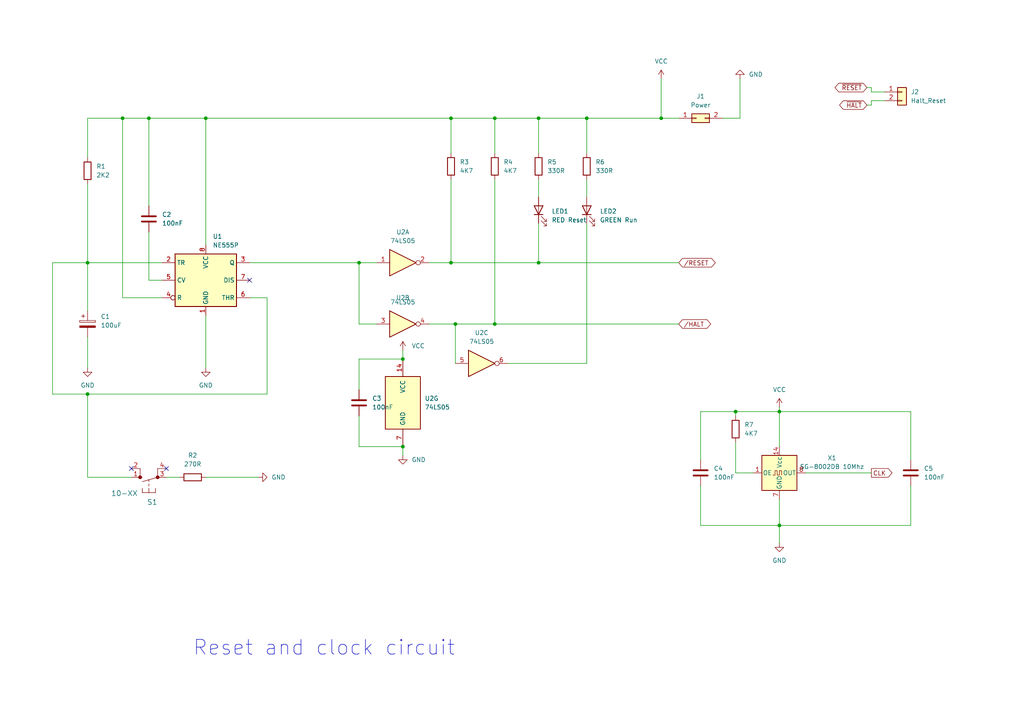
<source format=kicad_sch>
(kicad_sch (version 20211123) (generator eeschema)

  (uuid 3c6f5bd4-7d39-4f79-8dbc-cbce802f6662)

  (paper "A4")

  (title_block
    (title "Mats Brorson 68010 SBC")
    (date "2022-07-17")
    (rev "1.0-bboard")
  )

  (lib_symbols
    (symbol "74xx:74LS05" (pin_names (offset 1.016)) (in_bom yes) (on_board yes)
      (property "Reference" "U" (id 0) (at 0 1.27 0)
        (effects (font (size 1.27 1.27)))
      )
      (property "Value" "74LS05" (id 1) (at 0 -1.27 0)
        (effects (font (size 1.27 1.27)))
      )
      (property "Footprint" "" (id 2) (at 0 0 0)
        (effects (font (size 1.27 1.27)) hide)
      )
      (property "Datasheet" "http://www.ti.com/lit/gpn/sn74LS05" (id 3) (at 0 0 0)
        (effects (font (size 1.27 1.27)) hide)
      )
      (property "ki_locked" "" (id 4) (at 0 0 0)
        (effects (font (size 1.27 1.27)))
      )
      (property "ki_keywords" "TTL not inv OpenCol" (id 5) (at 0 0 0)
        (effects (font (size 1.27 1.27)) hide)
      )
      (property "ki_description" "Inverter Open Collect" (id 6) (at 0 0 0)
        (effects (font (size 1.27 1.27)) hide)
      )
      (property "ki_fp_filters" "DIP*W7.62mm*" (id 7) (at 0 0 0)
        (effects (font (size 1.27 1.27)) hide)
      )
      (symbol "74LS05_1_0"
        (polyline
          (pts
            (xy -3.81 3.81)
            (xy -3.81 -3.81)
            (xy 3.81 0)
            (xy -3.81 3.81)
          )
          (stroke (width 0.254) (type default) (color 0 0 0 0))
          (fill (type background))
        )
        (pin input line (at -7.62 0 0) (length 3.81)
          (name "~" (effects (font (size 1.27 1.27))))
          (number "1" (effects (font (size 1.27 1.27))))
        )
        (pin open_collector inverted (at 7.62 0 180) (length 3.81)
          (name "~" (effects (font (size 1.27 1.27))))
          (number "2" (effects (font (size 1.27 1.27))))
        )
      )
      (symbol "74LS05_2_0"
        (polyline
          (pts
            (xy -3.81 3.81)
            (xy -3.81 -3.81)
            (xy 3.81 0)
            (xy -3.81 3.81)
          )
          (stroke (width 0.254) (type default) (color 0 0 0 0))
          (fill (type background))
        )
        (pin input line (at -7.62 0 0) (length 3.81)
          (name "~" (effects (font (size 1.27 1.27))))
          (number "3" (effects (font (size 1.27 1.27))))
        )
        (pin open_collector inverted (at 7.62 0 180) (length 3.81)
          (name "~" (effects (font (size 1.27 1.27))))
          (number "4" (effects (font (size 1.27 1.27))))
        )
      )
      (symbol "74LS05_3_0"
        (polyline
          (pts
            (xy -3.81 3.81)
            (xy -3.81 -3.81)
            (xy 3.81 0)
            (xy -3.81 3.81)
          )
          (stroke (width 0.254) (type default) (color 0 0 0 0))
          (fill (type background))
        )
        (pin input line (at -7.62 0 0) (length 3.81)
          (name "~" (effects (font (size 1.27 1.27))))
          (number "5" (effects (font (size 1.27 1.27))))
        )
        (pin open_collector inverted (at 7.62 0 180) (length 3.81)
          (name "~" (effects (font (size 1.27 1.27))))
          (number "6" (effects (font (size 1.27 1.27))))
        )
      )
      (symbol "74LS05_4_0"
        (polyline
          (pts
            (xy -3.81 3.81)
            (xy -3.81 -3.81)
            (xy 3.81 0)
            (xy -3.81 3.81)
          )
          (stroke (width 0.254) (type default) (color 0 0 0 0))
          (fill (type background))
        )
        (pin open_collector inverted (at 7.62 0 180) (length 3.81)
          (name "~" (effects (font (size 1.27 1.27))))
          (number "8" (effects (font (size 1.27 1.27))))
        )
        (pin input line (at -7.62 0 0) (length 3.81)
          (name "~" (effects (font (size 1.27 1.27))))
          (number "9" (effects (font (size 1.27 1.27))))
        )
      )
      (symbol "74LS05_5_0"
        (polyline
          (pts
            (xy -3.81 3.81)
            (xy -3.81 -3.81)
            (xy 3.81 0)
            (xy -3.81 3.81)
          )
          (stroke (width 0.254) (type default) (color 0 0 0 0))
          (fill (type background))
        )
        (pin open_collector inverted (at 7.62 0 180) (length 3.81)
          (name "~" (effects (font (size 1.27 1.27))))
          (number "10" (effects (font (size 1.27 1.27))))
        )
        (pin input line (at -7.62 0 0) (length 3.81)
          (name "~" (effects (font (size 1.27 1.27))))
          (number "11" (effects (font (size 1.27 1.27))))
        )
      )
      (symbol "74LS05_6_0"
        (polyline
          (pts
            (xy -3.81 3.81)
            (xy -3.81 -3.81)
            (xy 3.81 0)
            (xy -3.81 3.81)
          )
          (stroke (width 0.254) (type default) (color 0 0 0 0))
          (fill (type background))
        )
        (pin open_collector inverted (at 7.62 0 180) (length 3.81)
          (name "~" (effects (font (size 1.27 1.27))))
          (number "12" (effects (font (size 1.27 1.27))))
        )
        (pin input line (at -7.62 0 0) (length 3.81)
          (name "~" (effects (font (size 1.27 1.27))))
          (number "13" (effects (font (size 1.27 1.27))))
        )
      )
      (symbol "74LS05_7_0"
        (pin power_in line (at 0 12.7 270) (length 5.08)
          (name "VCC" (effects (font (size 1.27 1.27))))
          (number "14" (effects (font (size 1.27 1.27))))
        )
        (pin power_in line (at 0 -12.7 90) (length 5.08)
          (name "GND" (effects (font (size 1.27 1.27))))
          (number "7" (effects (font (size 1.27 1.27))))
        )
      )
      (symbol "74LS05_7_1"
        (rectangle (start -5.08 7.62) (end 5.08 -7.62)
          (stroke (width 0.254) (type default) (color 0 0 0 0))
          (fill (type background))
        )
      )
    )
    (symbol "Connector_Generic:Conn_01x02" (pin_names (offset 1.016) hide) (in_bom yes) (on_board yes)
      (property "Reference" "J" (id 0) (at 0 2.54 0)
        (effects (font (size 1.27 1.27)))
      )
      (property "Value" "Conn_01x02" (id 1) (at 0 -5.08 0)
        (effects (font (size 1.27 1.27)))
      )
      (property "Footprint" "" (id 2) (at 0 0 0)
        (effects (font (size 1.27 1.27)) hide)
      )
      (property "Datasheet" "~" (id 3) (at 0 0 0)
        (effects (font (size 1.27 1.27)) hide)
      )
      (property "ki_keywords" "connector" (id 4) (at 0 0 0)
        (effects (font (size 1.27 1.27)) hide)
      )
      (property "ki_description" "Generic connector, single row, 01x02, script generated (kicad-library-utils/schlib/autogen/connector/)" (id 5) (at 0 0 0)
        (effects (font (size 1.27 1.27)) hide)
      )
      (property "ki_fp_filters" "Connector*:*_1x??_*" (id 6) (at 0 0 0)
        (effects (font (size 1.27 1.27)) hide)
      )
      (symbol "Conn_01x02_1_1"
        (rectangle (start -1.27 -2.413) (end 0 -2.667)
          (stroke (width 0.1524) (type default) (color 0 0 0 0))
          (fill (type none))
        )
        (rectangle (start -1.27 0.127) (end 0 -0.127)
          (stroke (width 0.1524) (type default) (color 0 0 0 0))
          (fill (type none))
        )
        (rectangle (start -1.27 1.27) (end 1.27 -3.81)
          (stroke (width 0.254) (type default) (color 0 0 0 0))
          (fill (type background))
        )
        (pin passive line (at -5.08 0 0) (length 3.81)
          (name "Pin_1" (effects (font (size 1.27 1.27))))
          (number "1" (effects (font (size 1.27 1.27))))
        )
        (pin passive line (at -5.08 -2.54 0) (length 3.81)
          (name "Pin_2" (effects (font (size 1.27 1.27))))
          (number "2" (effects (font (size 1.27 1.27))))
        )
      )
    )
    (symbol "Connector_Generic:Conn_02x01" (pin_names (offset 1.016) hide) (in_bom yes) (on_board yes)
      (property "Reference" "J" (id 0) (at 1.27 2.54 0)
        (effects (font (size 1.27 1.27)))
      )
      (property "Value" "Conn_02x01" (id 1) (at 1.27 -2.54 0)
        (effects (font (size 1.27 1.27)))
      )
      (property "Footprint" "" (id 2) (at 0 0 0)
        (effects (font (size 1.27 1.27)) hide)
      )
      (property "Datasheet" "~" (id 3) (at 0 0 0)
        (effects (font (size 1.27 1.27)) hide)
      )
      (property "ki_keywords" "connector" (id 4) (at 0 0 0)
        (effects (font (size 1.27 1.27)) hide)
      )
      (property "ki_description" "Generic connector, double row, 02x01, this symbol is compatible with counter-clockwise, top-bottom and odd-even numbering schemes., script generated (kicad-library-utils/schlib/autogen/connector/)" (id 5) (at 0 0 0)
        (effects (font (size 1.27 1.27)) hide)
      )
      (property "ki_fp_filters" "Connector*:*_2x??_*" (id 6) (at 0 0 0)
        (effects (font (size 1.27 1.27)) hide)
      )
      (symbol "Conn_02x01_1_1"
        (rectangle (start -1.27 0.127) (end 0 -0.127)
          (stroke (width 0.1524) (type default) (color 0 0 0 0))
          (fill (type none))
        )
        (rectangle (start -1.27 1.27) (end 3.81 -1.27)
          (stroke (width 0.254) (type default) (color 0 0 0 0))
          (fill (type background))
        )
        (rectangle (start 3.81 0.127) (end 2.54 -0.127)
          (stroke (width 0.1524) (type default) (color 0 0 0 0))
          (fill (type none))
        )
        (pin passive line (at -5.08 0 0) (length 3.81)
          (name "Pin_1" (effects (font (size 1.27 1.27))))
          (number "1" (effects (font (size 1.27 1.27))))
        )
        (pin passive line (at 7.62 0 180) (length 3.81)
          (name "Pin_2" (effects (font (size 1.27 1.27))))
          (number "2" (effects (font (size 1.27 1.27))))
        )
      )
    )
    (symbol "Device:C" (pin_numbers hide) (pin_names (offset 0.254)) (in_bom yes) (on_board yes)
      (property "Reference" "C" (id 0) (at 0.635 2.54 0)
        (effects (font (size 1.27 1.27)) (justify left))
      )
      (property "Value" "C" (id 1) (at 0.635 -2.54 0)
        (effects (font (size 1.27 1.27)) (justify left))
      )
      (property "Footprint" "" (id 2) (at 0.9652 -3.81 0)
        (effects (font (size 1.27 1.27)) hide)
      )
      (property "Datasheet" "~" (id 3) (at 0 0 0)
        (effects (font (size 1.27 1.27)) hide)
      )
      (property "ki_keywords" "cap capacitor" (id 4) (at 0 0 0)
        (effects (font (size 1.27 1.27)) hide)
      )
      (property "ki_description" "Unpolarized capacitor" (id 5) (at 0 0 0)
        (effects (font (size 1.27 1.27)) hide)
      )
      (property "ki_fp_filters" "C_*" (id 6) (at 0 0 0)
        (effects (font (size 1.27 1.27)) hide)
      )
      (symbol "C_0_1"
        (polyline
          (pts
            (xy -2.032 -0.762)
            (xy 2.032 -0.762)
          )
          (stroke (width 0.508) (type default) (color 0 0 0 0))
          (fill (type none))
        )
        (polyline
          (pts
            (xy -2.032 0.762)
            (xy 2.032 0.762)
          )
          (stroke (width 0.508) (type default) (color 0 0 0 0))
          (fill (type none))
        )
      )
      (symbol "C_1_1"
        (pin passive line (at 0 3.81 270) (length 2.794)
          (name "~" (effects (font (size 1.27 1.27))))
          (number "1" (effects (font (size 1.27 1.27))))
        )
        (pin passive line (at 0 -3.81 90) (length 2.794)
          (name "~" (effects (font (size 1.27 1.27))))
          (number "2" (effects (font (size 1.27 1.27))))
        )
      )
    )
    (symbol "Device:C_Polarized" (pin_numbers hide) (pin_names (offset 0.254)) (in_bom yes) (on_board yes)
      (property "Reference" "C" (id 0) (at 0.635 2.54 0)
        (effects (font (size 1.27 1.27)) (justify left))
      )
      (property "Value" "C_Polarized" (id 1) (at 0.635 -2.54 0)
        (effects (font (size 1.27 1.27)) (justify left))
      )
      (property "Footprint" "" (id 2) (at 0.9652 -3.81 0)
        (effects (font (size 1.27 1.27)) hide)
      )
      (property "Datasheet" "~" (id 3) (at 0 0 0)
        (effects (font (size 1.27 1.27)) hide)
      )
      (property "ki_keywords" "cap capacitor" (id 4) (at 0 0 0)
        (effects (font (size 1.27 1.27)) hide)
      )
      (property "ki_description" "Polarized capacitor" (id 5) (at 0 0 0)
        (effects (font (size 1.27 1.27)) hide)
      )
      (property "ki_fp_filters" "CP_*" (id 6) (at 0 0 0)
        (effects (font (size 1.27 1.27)) hide)
      )
      (symbol "C_Polarized_0_1"
        (rectangle (start -2.286 0.508) (end 2.286 1.016)
          (stroke (width 0) (type default) (color 0 0 0 0))
          (fill (type none))
        )
        (polyline
          (pts
            (xy -1.778 2.286)
            (xy -0.762 2.286)
          )
          (stroke (width 0) (type default) (color 0 0 0 0))
          (fill (type none))
        )
        (polyline
          (pts
            (xy -1.27 2.794)
            (xy -1.27 1.778)
          )
          (stroke (width 0) (type default) (color 0 0 0 0))
          (fill (type none))
        )
        (rectangle (start 2.286 -0.508) (end -2.286 -1.016)
          (stroke (width 0) (type default) (color 0 0 0 0))
          (fill (type outline))
        )
      )
      (symbol "C_Polarized_1_1"
        (pin passive line (at 0 3.81 270) (length 2.794)
          (name "~" (effects (font (size 1.27 1.27))))
          (number "1" (effects (font (size 1.27 1.27))))
        )
        (pin passive line (at 0 -3.81 90) (length 2.794)
          (name "~" (effects (font (size 1.27 1.27))))
          (number "2" (effects (font (size 1.27 1.27))))
        )
      )
    )
    (symbol "Device:LED" (pin_numbers hide) (pin_names (offset 1.016) hide) (in_bom yes) (on_board yes)
      (property "Reference" "D" (id 0) (at 0 2.54 0)
        (effects (font (size 1.27 1.27)))
      )
      (property "Value" "LED" (id 1) (at 0 -2.54 0)
        (effects (font (size 1.27 1.27)))
      )
      (property "Footprint" "" (id 2) (at 0 0 0)
        (effects (font (size 1.27 1.27)) hide)
      )
      (property "Datasheet" "~" (id 3) (at 0 0 0)
        (effects (font (size 1.27 1.27)) hide)
      )
      (property "ki_keywords" "LED diode" (id 4) (at 0 0 0)
        (effects (font (size 1.27 1.27)) hide)
      )
      (property "ki_description" "Light emitting diode" (id 5) (at 0 0 0)
        (effects (font (size 1.27 1.27)) hide)
      )
      (property "ki_fp_filters" "LED* LED_SMD:* LED_THT:*" (id 6) (at 0 0 0)
        (effects (font (size 1.27 1.27)) hide)
      )
      (symbol "LED_0_1"
        (polyline
          (pts
            (xy -1.27 -1.27)
            (xy -1.27 1.27)
          )
          (stroke (width 0.254) (type default) (color 0 0 0 0))
          (fill (type none))
        )
        (polyline
          (pts
            (xy -1.27 0)
            (xy 1.27 0)
          )
          (stroke (width 0) (type default) (color 0 0 0 0))
          (fill (type none))
        )
        (polyline
          (pts
            (xy 1.27 -1.27)
            (xy 1.27 1.27)
            (xy -1.27 0)
            (xy 1.27 -1.27)
          )
          (stroke (width 0.254) (type default) (color 0 0 0 0))
          (fill (type none))
        )
        (polyline
          (pts
            (xy -3.048 -0.762)
            (xy -4.572 -2.286)
            (xy -3.81 -2.286)
            (xy -4.572 -2.286)
            (xy -4.572 -1.524)
          )
          (stroke (width 0) (type default) (color 0 0 0 0))
          (fill (type none))
        )
        (polyline
          (pts
            (xy -1.778 -0.762)
            (xy -3.302 -2.286)
            (xy -2.54 -2.286)
            (xy -3.302 -2.286)
            (xy -3.302 -1.524)
          )
          (stroke (width 0) (type default) (color 0 0 0 0))
          (fill (type none))
        )
      )
      (symbol "LED_1_1"
        (pin passive line (at -3.81 0 0) (length 2.54)
          (name "K" (effects (font (size 1.27 1.27))))
          (number "1" (effects (font (size 1.27 1.27))))
        )
        (pin passive line (at 3.81 0 180) (length 2.54)
          (name "A" (effects (font (size 1.27 1.27))))
          (number "2" (effects (font (size 1.27 1.27))))
        )
      )
    )
    (symbol "Device:R" (pin_numbers hide) (pin_names (offset 0)) (in_bom yes) (on_board yes)
      (property "Reference" "R" (id 0) (at 2.032 0 90)
        (effects (font (size 1.27 1.27)))
      )
      (property "Value" "R" (id 1) (at 0 0 90)
        (effects (font (size 1.27 1.27)))
      )
      (property "Footprint" "" (id 2) (at -1.778 0 90)
        (effects (font (size 1.27 1.27)) hide)
      )
      (property "Datasheet" "~" (id 3) (at 0 0 0)
        (effects (font (size 1.27 1.27)) hide)
      )
      (property "ki_keywords" "R res resistor" (id 4) (at 0 0 0)
        (effects (font (size 1.27 1.27)) hide)
      )
      (property "ki_description" "Resistor" (id 5) (at 0 0 0)
        (effects (font (size 1.27 1.27)) hide)
      )
      (property "ki_fp_filters" "R_*" (id 6) (at 0 0 0)
        (effects (font (size 1.27 1.27)) hide)
      )
      (symbol "R_0_1"
        (rectangle (start -1.016 -2.54) (end 1.016 2.54)
          (stroke (width 0.254) (type default) (color 0 0 0 0))
          (fill (type none))
        )
      )
      (symbol "R_1_1"
        (pin passive line (at 0 3.81 270) (length 1.27)
          (name "~" (effects (font (size 1.27 1.27))))
          (number "1" (effects (font (size 1.27 1.27))))
        )
        (pin passive line (at 0 -3.81 90) (length 1.27)
          (name "~" (effects (font (size 1.27 1.27))))
          (number "2" (effects (font (size 1.27 1.27))))
        )
      )
    )
    (symbol "Oscillator:SG-8002DB" (pin_names (offset 0.254)) (in_bom yes) (on_board yes)
      (property "Reference" "X" (id 0) (at -5.08 6.35 0)
        (effects (font (size 1.27 1.27)) (justify left))
      )
      (property "Value" "SG-8002DB" (id 1) (at 1.27 -6.35 0)
        (effects (font (size 1.27 1.27)) (justify left))
      )
      (property "Footprint" "Oscillator:Oscillator_SeikoEpson_SG-8002DB" (id 2) (at 11.43 -8.89 0)
        (effects (font (size 1.27 1.27)) hide)
      )
      (property "Datasheet" "https://support.epson.biz/td/api/doc_check.php?dl=brief_SG-8002DB&lang=en" (id 3) (at -2.54 0 0)
        (effects (font (size 1.27 1.27)) hide)
      )
      (property "ki_keywords" "Crystal Clock Oscillator" (id 4) (at 0 0 0)
        (effects (font (size 1.27 1.27)) hide)
      )
      (property "ki_description" "Crystal Clock Oscillator, DIP14-style plastic package" (id 5) (at 0 0 0)
        (effects (font (size 1.27 1.27)) hide)
      )
      (property "ki_fp_filters" "Oscillator*SeikoEpson*SG?8002DB*" (id 6) (at 0 0 0)
        (effects (font (size 1.27 1.27)) hide)
      )
      (symbol "SG-8002DB_0_1"
        (rectangle (start -5.08 5.08) (end 5.08 -5.08)
          (stroke (width 0.254) (type default) (color 0 0 0 0))
          (fill (type background))
        )
        (polyline
          (pts
            (xy -1.905 -0.635)
            (xy -1.27 -0.635)
            (xy -1.27 0.635)
            (xy -0.635 0.635)
            (xy -0.635 -0.635)
            (xy 0 -0.635)
            (xy 0 0.635)
            (xy 0.635 0.635)
            (xy 0.635 -0.635)
          )
          (stroke (width 0) (type default) (color 0 0 0 0))
          (fill (type none))
        )
      )
      (symbol "SG-8002DB_1_1"
        (pin input line (at -7.62 0 0) (length 2.54)
          (name "OE" (effects (font (size 1.27 1.27))))
          (number "1" (effects (font (size 1.27 1.27))))
        )
        (pin power_in line (at 0 7.62 270) (length 2.54)
          (name "Vcc" (effects (font (size 1.27 1.27))))
          (number "14" (effects (font (size 1.27 1.27))))
        )
        (pin power_in line (at 0 -7.62 90) (length 2.54)
          (name "GND" (effects (font (size 1.27 1.27))))
          (number "7" (effects (font (size 1.27 1.27))))
        )
        (pin output line (at 7.62 0 180) (length 2.54)
          (name "OUT" (effects (font (size 1.27 1.27))))
          (number "8" (effects (font (size 1.27 1.27))))
        )
      )
    )
    (symbol "Timer:NE555P" (in_bom yes) (on_board yes)
      (property "Reference" "U" (id 0) (at -10.16 8.89 0)
        (effects (font (size 1.27 1.27)) (justify left))
      )
      (property "Value" "NE555P" (id 1) (at 2.54 8.89 0)
        (effects (font (size 1.27 1.27)) (justify left))
      )
      (property "Footprint" "Package_DIP:DIP-8_W7.62mm" (id 2) (at 16.51 -10.16 0)
        (effects (font (size 1.27 1.27)) hide)
      )
      (property "Datasheet" "http://www.ti.com/lit/ds/symlink/ne555.pdf" (id 3) (at 21.59 -10.16 0)
        (effects (font (size 1.27 1.27)) hide)
      )
      (property "ki_keywords" "single timer 555" (id 4) (at 0 0 0)
        (effects (font (size 1.27 1.27)) hide)
      )
      (property "ki_description" "Precision Timers, 555 compatible,  PDIP-8" (id 5) (at 0 0 0)
        (effects (font (size 1.27 1.27)) hide)
      )
      (property "ki_fp_filters" "DIP*W7.62mm*" (id 6) (at 0 0 0)
        (effects (font (size 1.27 1.27)) hide)
      )
      (symbol "NE555P_0_0"
        (pin power_in line (at 0 -10.16 90) (length 2.54)
          (name "GND" (effects (font (size 1.27 1.27))))
          (number "1" (effects (font (size 1.27 1.27))))
        )
        (pin power_in line (at 0 10.16 270) (length 2.54)
          (name "VCC" (effects (font (size 1.27 1.27))))
          (number "8" (effects (font (size 1.27 1.27))))
        )
      )
      (symbol "NE555P_0_1"
        (rectangle (start -8.89 -7.62) (end 8.89 7.62)
          (stroke (width 0.254) (type default) (color 0 0 0 0))
          (fill (type background))
        )
        (rectangle (start -8.89 -7.62) (end 8.89 7.62)
          (stroke (width 0.254) (type default) (color 0 0 0 0))
          (fill (type background))
        )
      )
      (symbol "NE555P_1_1"
        (pin input line (at -12.7 5.08 0) (length 3.81)
          (name "TR" (effects (font (size 1.27 1.27))))
          (number "2" (effects (font (size 1.27 1.27))))
        )
        (pin output line (at 12.7 5.08 180) (length 3.81)
          (name "Q" (effects (font (size 1.27 1.27))))
          (number "3" (effects (font (size 1.27 1.27))))
        )
        (pin input inverted (at -12.7 -5.08 0) (length 3.81)
          (name "R" (effects (font (size 1.27 1.27))))
          (number "4" (effects (font (size 1.27 1.27))))
        )
        (pin input line (at -12.7 0 0) (length 3.81)
          (name "CV" (effects (font (size 1.27 1.27))))
          (number "5" (effects (font (size 1.27 1.27))))
        )
        (pin input line (at 12.7 -5.08 180) (length 3.81)
          (name "THR" (effects (font (size 1.27 1.27))))
          (number "6" (effects (font (size 1.27 1.27))))
        )
        (pin input line (at 12.7 0 180) (length 3.81)
          (name "DIS" (effects (font (size 1.27 1.27))))
          (number "7" (effects (font (size 1.27 1.27))))
        )
      )
    )
    (symbol "power:GND" (power) (pin_names (offset 0)) (in_bom yes) (on_board yes)
      (property "Reference" "#PWR" (id 0) (at 0 -6.35 0)
        (effects (font (size 1.27 1.27)) hide)
      )
      (property "Value" "GND" (id 1) (at 0 -3.81 0)
        (effects (font (size 1.27 1.27)))
      )
      (property "Footprint" "" (id 2) (at 0 0 0)
        (effects (font (size 1.27 1.27)) hide)
      )
      (property "Datasheet" "" (id 3) (at 0 0 0)
        (effects (font (size 1.27 1.27)) hide)
      )
      (property "ki_keywords" "power-flag" (id 4) (at 0 0 0)
        (effects (font (size 1.27 1.27)) hide)
      )
      (property "ki_description" "Power symbol creates a global label with name \"GND\" , ground" (id 5) (at 0 0 0)
        (effects (font (size 1.27 1.27)) hide)
      )
      (symbol "GND_0_1"
        (polyline
          (pts
            (xy 0 0)
            (xy 0 -1.27)
            (xy 1.27 -1.27)
            (xy 0 -2.54)
            (xy -1.27 -1.27)
            (xy 0 -1.27)
          )
          (stroke (width 0) (type default) (color 0 0 0 0))
          (fill (type none))
        )
      )
      (symbol "GND_1_1"
        (pin power_in line (at 0 0 270) (length 0) hide
          (name "GND" (effects (font (size 1.27 1.27))))
          (number "1" (effects (font (size 1.27 1.27))))
        )
      )
    )
    (symbol "power:VCC" (power) (pin_names (offset 0)) (in_bom yes) (on_board yes)
      (property "Reference" "#PWR" (id 0) (at 0 -3.81 0)
        (effects (font (size 1.27 1.27)) hide)
      )
      (property "Value" "VCC" (id 1) (at 0 3.81 0)
        (effects (font (size 1.27 1.27)))
      )
      (property "Footprint" "" (id 2) (at 0 0 0)
        (effects (font (size 1.27 1.27)) hide)
      )
      (property "Datasheet" "" (id 3) (at 0 0 0)
        (effects (font (size 1.27 1.27)) hide)
      )
      (property "ki_keywords" "power-flag" (id 4) (at 0 0 0)
        (effects (font (size 1.27 1.27)) hide)
      )
      (property "ki_description" "Power symbol creates a global label with name \"VCC\"" (id 5) (at 0 0 0)
        (effects (font (size 1.27 1.27)) hide)
      )
      (symbol "VCC_0_1"
        (polyline
          (pts
            (xy -0.762 1.27)
            (xy 0 2.54)
          )
          (stroke (width 0) (type default) (color 0 0 0 0))
          (fill (type none))
        )
        (polyline
          (pts
            (xy 0 0)
            (xy 0 2.54)
          )
          (stroke (width 0) (type default) (color 0 0 0 0))
          (fill (type none))
        )
        (polyline
          (pts
            (xy 0 2.54)
            (xy 0.762 1.27)
          )
          (stroke (width 0) (type default) (color 0 0 0 0))
          (fill (type none))
        )
      )
      (symbol "VCC_1_1"
        (pin power_in line (at 0 0 90) (length 0) hide
          (name "VCC" (effects (font (size 1.27 1.27))))
          (number "1" (effects (font (size 1.27 1.27))))
        )
      )
    )
    (symbol "rosco_m68k-eagle-import:10-XX" (pin_names (offset 1.016)) (in_bom yes) (on_board yes)
      (property "Reference" "S" (id 0) (at -6.35 -2.54 90)
        (effects (font (size 1.4986 1.4986)) (justify left bottom))
      )
      (property "Value" "10-XX" (id 1) (at -3.81 3.175 90)
        (effects (font (size 1.4986 1.4986)) (justify left bottom))
      )
      (property "Footprint" "" (id 2) (at 0 0 0)
        (effects (font (size 1.27 1.27)) hide)
      )
      (property "Datasheet" "" (id 3) (at 0 0 0)
        (effects (font (size 1.27 1.27)) hide)
      )
      (property "ki_locked" "" (id 4) (at 0 0 0)
        (effects (font (size 1.27 1.27)))
      )
      (symbol "10-XX_1_0"
        (circle (center 0 -2.54) (radius 0.127)
          (stroke (width 0.4064) (type default) (color 0 0 0 0))
          (fill (type none))
        )
        (polyline
          (pts
            (xy -4.445 -1.905)
            (xy -3.175 -1.905)
          )
          (stroke (width 0) (type default) (color 0 0 0 0))
          (fill (type none))
        )
        (polyline
          (pts
            (xy -4.445 0)
            (xy -4.445 -1.905)
          )
          (stroke (width 0) (type default) (color 0 0 0 0))
          (fill (type none))
        )
        (polyline
          (pts
            (xy -4.445 0)
            (xy -3.175 0)
          )
          (stroke (width 0) (type default) (color 0 0 0 0))
          (fill (type none))
        )
        (polyline
          (pts
            (xy -4.445 1.905)
            (xy -4.445 0)
          )
          (stroke (width 0) (type default) (color 0 0 0 0))
          (fill (type none))
        )
        (polyline
          (pts
            (xy -4.445 1.905)
            (xy -3.175 1.905)
          )
          (stroke (width 0) (type default) (color 0 0 0 0))
          (fill (type none))
        )
        (polyline
          (pts
            (xy -2.54 0)
            (xy -1.905 0)
          )
          (stroke (width 0) (type default) (color 0 0 0 0))
          (fill (type none))
        )
        (polyline
          (pts
            (xy -1.27 0)
            (xy -0.635 0)
          )
          (stroke (width 0) (type default) (color 0 0 0 0))
          (fill (type none))
        )
        (polyline
          (pts
            (xy 0 -2.54)
            (xy -1.27 1.905)
          )
          (stroke (width 0) (type default) (color 0 0 0 0))
          (fill (type none))
        )
        (polyline
          (pts
            (xy 0 1.905)
            (xy 0 2.54)
          )
          (stroke (width 0) (type default) (color 0 0 0 0))
          (fill (type none))
        )
        (polyline
          (pts
            (xy 2.54 -2.54)
            (xy 0 -2.54)
          )
          (stroke (width 0) (type default) (color 0 0 0 0))
          (fill (type none))
        )
        (polyline
          (pts
            (xy 2.54 2.54)
            (xy 0 2.54)
          )
          (stroke (width 0) (type default) (color 0 0 0 0))
          (fill (type none))
        )
        (circle (center 0 2.54) (radius 0.127)
          (stroke (width 0.4064) (type default) (color 0 0 0 0))
          (fill (type none))
        )
        (pin passive line (at 0 5.08 270) (length 2.54)
          (name "S" (effects (font (size 0 0))))
          (number "1" (effects (font (size 1.27 1.27))))
        )
        (pin passive line (at 2.54 5.08 270) (length 2.54)
          (name "S1" (effects (font (size 0 0))))
          (number "2" (effects (font (size 1.27 1.27))))
        )
        (pin passive line (at 0 -5.08 90) (length 2.54)
          (name "P" (effects (font (size 0 0))))
          (number "3" (effects (font (size 1.27 1.27))))
        )
        (pin passive line (at 2.54 -5.08 90) (length 2.54)
          (name "P1" (effects (font (size 0 0))))
          (number "4" (effects (font (size 1.27 1.27))))
        )
      )
    )
  )

  (junction (at 35.56 34.29) (diameter 0) (color 0 0 0 0)
    (uuid 0846c782-2cd2-4002-b785-098b5fdf0e33)
  )
  (junction (at 132.08 93.98) (diameter 0) (color 0 0 0 0)
    (uuid 0bd83bbc-be2f-4865-8d75-dda016e34464)
  )
  (junction (at 104.14 76.2) (diameter 0) (color 0 0 0 0)
    (uuid 0ed2c522-4880-4d3f-8775-c721b73ac83a)
  )
  (junction (at 213.36 119.38) (diameter 0) (color 0 0 0 0)
    (uuid 1075bee1-4025-4ca4-a987-8dc9663488ff)
  )
  (junction (at 191.77 34.29) (diameter 0) (color 0 0 0 0)
    (uuid 20b7f426-62be-4071-957b-edcce576828c)
  )
  (junction (at 25.4 76.2) (diameter 0) (color 0 0 0 0)
    (uuid 220e4a0e-532b-45bd-a5c7-48b7655133b1)
  )
  (junction (at 170.18 34.29) (diameter 0) (color 0 0 0 0)
    (uuid 31ab841b-6e21-482f-8e2b-31ae5eaa0739)
  )
  (junction (at 156.21 76.2) (diameter 0) (color 0 0 0 0)
    (uuid 42bea404-0b4c-4128-b181-0ff78513e3f1)
  )
  (junction (at 130.81 76.2) (diameter 0) (color 0 0 0 0)
    (uuid 47699d29-1f00-4078-a7e9-6bbc479e31c9)
  )
  (junction (at 143.51 34.29) (diameter 0) (color 0 0 0 0)
    (uuid 4a73fe9f-7f59-4814-9f4c-927e3eec2863)
  )
  (junction (at 59.69 34.29) (diameter 0) (color 0 0 0 0)
    (uuid 93c9a2d1-c0a1-43f7-b6bf-65b1b1eb4c9d)
  )
  (junction (at 143.51 93.98) (diameter 0) (color 0 0 0 0)
    (uuid a1b1ff14-e36f-4a6f-8f47-754a5bfab423)
  )
  (junction (at 116.84 129.54) (diameter 0) (color 0 0 0 0)
    (uuid a5c6d971-83c8-4fab-86a2-8d104c887bf5)
  )
  (junction (at 130.81 34.29) (diameter 0) (color 0 0 0 0)
    (uuid a838e832-9450-4f4c-90b1-97605b4fc8b3)
  )
  (junction (at 25.4 114.3) (diameter 0) (color 0 0 0 0)
    (uuid a9ed0d1a-1f4a-4908-8c43-5be99654151d)
  )
  (junction (at 156.21 34.29) (diameter 0) (color 0 0 0 0)
    (uuid b8b7de93-a31a-42fe-a41d-7a6e20a51bc2)
  )
  (junction (at 116.84 104.14) (diameter 0) (color 0 0 0 0)
    (uuid b9851fa9-cf24-4e02-a092-cd49247f7b08)
  )
  (junction (at 226.06 152.4) (diameter 0) (color 0 0 0 0)
    (uuid c6e4e8c0-445d-4014-9e8c-0bc1c2e174f2)
  )
  (junction (at 43.18 34.29) (diameter 0) (color 0 0 0 0)
    (uuid d46037de-dcd4-4513-b88f-f4040b52e0ab)
  )
  (junction (at 226.06 119.38) (diameter 0) (color 0 0 0 0)
    (uuid e70edb04-1ab4-45df-893b-8585cc2acd9b)
  )

  (no_connect (at 72.39 81.28) (uuid d72d8a58-96af-475a-b262-5657d7f705d8))
  (no_connect (at 48.26 135.89) (uuid ea9b3ce8-6c7b-41fd-8cf6-0d5cbd485c0a))
  (no_connect (at 38.1 135.89) (uuid ff7b7069-44a0-45c1-ad04-f453c8bc5229))

  (wire (pts (xy 156.21 64.77) (xy 156.21 76.2))
    (stroke (width 0) (type default) (color 0 0 0 0))
    (uuid 04021117-2590-4d6e-b258-5fe2789655e7)
  )
  (wire (pts (xy 226.06 118.11) (xy 226.06 119.38))
    (stroke (width 0) (type default) (color 0 0 0 0))
    (uuid 08802bbe-5619-4ced-ac60-395eb2a29abc)
  )
  (wire (pts (xy 226.06 119.38) (xy 226.06 129.54))
    (stroke (width 0) (type default) (color 0 0 0 0))
    (uuid 08b58aa7-2294-49e1-8742-53b1369bd4a0)
  )
  (wire (pts (xy 264.16 119.38) (xy 226.06 119.38))
    (stroke (width 0) (type default) (color 0 0 0 0))
    (uuid 0c9461b1-412e-40c7-9c91-25fc888ed3ea)
  )
  (wire (pts (xy 59.69 91.44) (xy 59.69 106.68))
    (stroke (width 0) (type default) (color 0 0 0 0))
    (uuid 10e399a0-6670-47cd-a2cd-45bd8d5ad458)
  )
  (wire (pts (xy 43.18 34.29) (xy 59.69 34.29))
    (stroke (width 0) (type default) (color 0 0 0 0))
    (uuid 12f756df-7709-4ef2-8f7e-eb94d94b5acc)
  )
  (wire (pts (xy 124.46 76.2) (xy 130.81 76.2))
    (stroke (width 0) (type default) (color 0 0 0 0))
    (uuid 174d69c2-372e-45ca-a7f1-8a671f7a6b15)
  )
  (wire (pts (xy 213.36 137.16) (xy 213.36 128.27))
    (stroke (width 0) (type default) (color 0 0 0 0))
    (uuid 18d4b181-6cf1-4761-b693-0c3be0804c40)
  )
  (wire (pts (xy 143.51 34.29) (xy 156.21 34.29))
    (stroke (width 0) (type default) (color 0 0 0 0))
    (uuid 1be91322-0ea1-400f-aca3-c85173dffaff)
  )
  (wire (pts (xy 191.77 22.86) (xy 191.77 34.29))
    (stroke (width 0) (type default) (color 0 0 0 0))
    (uuid 1df7f17f-4061-4476-b7e7-75ad29b9f3e5)
  )
  (wire (pts (xy 143.51 93.98) (xy 196.85 93.98))
    (stroke (width 0) (type default) (color 0 0 0 0))
    (uuid 1f17bc6d-9179-47ee-8555-fc3990f04467)
  )
  (wire (pts (xy 252.73 29.21) (xy 256.54 29.21))
    (stroke (width 0) (type default) (color 0 0 0 0))
    (uuid 1f89dc04-f1a8-44bf-9615-52d55ec26ffc)
  )
  (wire (pts (xy 170.18 34.29) (xy 191.77 34.29))
    (stroke (width 0) (type default) (color 0 0 0 0))
    (uuid 21c528f6-6a19-410a-9d8f-da77633b5b45)
  )
  (wire (pts (xy 252.73 30.48) (xy 252.73 29.21))
    (stroke (width 0) (type default) (color 0 0 0 0))
    (uuid 23a1da82-e7b0-4633-8761-c4977be47602)
  )
  (wire (pts (xy 252.73 26.67) (xy 252.73 25.4))
    (stroke (width 0) (type default) (color 0 0 0 0))
    (uuid 29a9cadd-8f72-4a15-849b-caff12ce470b)
  )
  (wire (pts (xy 104.14 76.2) (xy 109.22 76.2))
    (stroke (width 0) (type default) (color 0 0 0 0))
    (uuid 2cacb61d-f683-4e6b-964f-8eb4500c3a8b)
  )
  (wire (pts (xy 132.08 93.98) (xy 132.08 105.41))
    (stroke (width 0) (type default) (color 0 0 0 0))
    (uuid 2cf720f4-696c-4b70-a447-57641a9db923)
  )
  (wire (pts (xy 116.84 129.54) (xy 116.84 132.08))
    (stroke (width 0) (type default) (color 0 0 0 0))
    (uuid 2db1ced6-bbe8-4e99-84fe-4f357e516cb0)
  )
  (wire (pts (xy 233.68 137.16) (xy 252.73 137.16))
    (stroke (width 0) (type default) (color 0 0 0 0))
    (uuid 2f06afeb-3ae9-4442-85f4-c2f1ad2c2701)
  )
  (wire (pts (xy 264.16 140.97) (xy 264.16 152.4))
    (stroke (width 0) (type default) (color 0 0 0 0))
    (uuid 30b9935a-4b00-461b-abbd-6f2ea5754a59)
  )
  (wire (pts (xy 104.14 93.98) (xy 104.14 76.2))
    (stroke (width 0) (type default) (color 0 0 0 0))
    (uuid 31a0ef59-bb66-4a96-80b4-db55c30d0781)
  )
  (wire (pts (xy 130.81 76.2) (xy 130.81 52.07))
    (stroke (width 0) (type default) (color 0 0 0 0))
    (uuid 33e524a8-a719-4110-9ca5-64efcee25908)
  )
  (wire (pts (xy 214.63 22.86) (xy 214.63 34.29))
    (stroke (width 0) (type default) (color 0 0 0 0))
    (uuid 38d314bd-8e96-4267-9857-5de91a868038)
  )
  (wire (pts (xy 116.84 104.14) (xy 104.14 104.14))
    (stroke (width 0) (type default) (color 0 0 0 0))
    (uuid 402e8221-fadd-48a8-a65c-e6b6cc241b57)
  )
  (wire (pts (xy 170.18 34.29) (xy 170.18 44.45))
    (stroke (width 0) (type default) (color 0 0 0 0))
    (uuid 45f89244-bfbf-4ec5-8ab9-8633f293eb53)
  )
  (wire (pts (xy 25.4 76.2) (xy 25.4 90.17))
    (stroke (width 0) (type default) (color 0 0 0 0))
    (uuid 49bf6fda-5b65-4219-8e9e-103471acec9d)
  )
  (wire (pts (xy 226.06 152.4) (xy 226.06 157.48))
    (stroke (width 0) (type default) (color 0 0 0 0))
    (uuid 4a9d2203-9f64-4e8e-ac42-8891969197b1)
  )
  (wire (pts (xy 170.18 52.07) (xy 170.18 57.15))
    (stroke (width 0) (type default) (color 0 0 0 0))
    (uuid 5297d7a4-149e-4a8a-a329-493aa373551b)
  )
  (wire (pts (xy 38.1 138.43) (xy 25.4 138.43))
    (stroke (width 0) (type default) (color 0 0 0 0))
    (uuid 53590a99-5c6a-4d84-a1ba-ca5cdf5969b2)
  )
  (wire (pts (xy 218.44 137.16) (xy 213.36 137.16))
    (stroke (width 0) (type default) (color 0 0 0 0))
    (uuid 553e7e52-63b0-4004-bd05-324a6585301a)
  )
  (wire (pts (xy 104.14 120.65) (xy 104.14 129.54))
    (stroke (width 0) (type default) (color 0 0 0 0))
    (uuid 58b6dfb1-7e9f-4453-b0ce-d7056bf5048a)
  )
  (wire (pts (xy 156.21 52.07) (xy 156.21 57.15))
    (stroke (width 0) (type default) (color 0 0 0 0))
    (uuid 5dd5d6a6-d579-41d4-8a82-eeb746411911)
  )
  (wire (pts (xy 77.47 114.3) (xy 77.47 86.36))
    (stroke (width 0) (type default) (color 0 0 0 0))
    (uuid 5e04ef60-5c6b-4e8d-8dbb-4306b6d1190e)
  )
  (wire (pts (xy 35.56 34.29) (xy 43.18 34.29))
    (stroke (width 0) (type default) (color 0 0 0 0))
    (uuid 62b743fa-25a9-45f0-a8a6-d4a28d3b959f)
  )
  (wire (pts (xy 25.4 34.29) (xy 35.56 34.29))
    (stroke (width 0) (type default) (color 0 0 0 0))
    (uuid 64b10d44-639b-4426-9a7a-c61ebba5a79e)
  )
  (wire (pts (xy 35.56 86.36) (xy 35.56 34.29))
    (stroke (width 0) (type default) (color 0 0 0 0))
    (uuid 6728454e-3c67-4c72-aac8-d2b87cf49412)
  )
  (wire (pts (xy 43.18 67.31) (xy 43.18 81.28))
    (stroke (width 0) (type default) (color 0 0 0 0))
    (uuid 6a74bb1b-115c-4336-b10c-bc56b1b540e7)
  )
  (wire (pts (xy 156.21 34.29) (xy 170.18 34.29))
    (stroke (width 0) (type default) (color 0 0 0 0))
    (uuid 6c64cdd5-b388-4d44-a385-adcffa867cd6)
  )
  (wire (pts (xy 143.51 34.29) (xy 143.51 44.45))
    (stroke (width 0) (type default) (color 0 0 0 0))
    (uuid 6fea4c86-e509-48d9-9f06-69693fbea046)
  )
  (wire (pts (xy 59.69 34.29) (xy 130.81 34.29))
    (stroke (width 0) (type default) (color 0 0 0 0))
    (uuid 74bad094-eedd-4fb2-837f-118566a4b5a0)
  )
  (wire (pts (xy 116.84 101.6) (xy 116.84 104.14))
    (stroke (width 0) (type default) (color 0 0 0 0))
    (uuid 74d2dbab-fa8a-48dc-807a-748fb88219f1)
  )
  (wire (pts (xy 59.69 34.29) (xy 59.69 71.12))
    (stroke (width 0) (type default) (color 0 0 0 0))
    (uuid 7d28c760-62bf-49e8-8488-5b4e422eb130)
  )
  (wire (pts (xy 226.06 152.4) (xy 226.06 144.78))
    (stroke (width 0) (type default) (color 0 0 0 0))
    (uuid 86d38976-defa-4fad-bc23-b7aee0189f48)
  )
  (wire (pts (xy 104.14 129.54) (xy 116.84 129.54))
    (stroke (width 0) (type default) (color 0 0 0 0))
    (uuid 8a02bdf0-8fa6-4b55-9dff-ac3891b11525)
  )
  (wire (pts (xy 104.14 104.14) (xy 104.14 113.03))
    (stroke (width 0) (type default) (color 0 0 0 0))
    (uuid 8d46133c-175b-4ea7-8943-f132f427ab11)
  )
  (wire (pts (xy 226.06 152.4) (xy 203.2 152.4))
    (stroke (width 0) (type default) (color 0 0 0 0))
    (uuid 8df0ed32-0af0-4b0c-969f-9ef1f5dbc827)
  )
  (wire (pts (xy 130.81 34.29) (xy 130.81 44.45))
    (stroke (width 0) (type default) (color 0 0 0 0))
    (uuid 90717e53-b8a8-410e-80a8-6872bbb592cd)
  )
  (wire (pts (xy 170.18 64.77) (xy 170.18 105.41))
    (stroke (width 0) (type default) (color 0 0 0 0))
    (uuid 919a6747-f2eb-467c-afdc-c7850bd858e5)
  )
  (wire (pts (xy 25.4 34.29) (xy 25.4 45.72))
    (stroke (width 0) (type default) (color 0 0 0 0))
    (uuid 9348b8f7-d635-4dfe-8d6f-aaf255ca4216)
  )
  (wire (pts (xy 109.22 93.98) (xy 104.14 93.98))
    (stroke (width 0) (type default) (color 0 0 0 0))
    (uuid 9528df27-6a4f-4ccf-8854-65c7c2b96df0)
  )
  (wire (pts (xy 213.36 119.38) (xy 213.36 120.65))
    (stroke (width 0) (type default) (color 0 0 0 0))
    (uuid 97d331af-36ad-4731-a8d2-ac64be365f87)
  )
  (wire (pts (xy 15.24 76.2) (xy 15.24 114.3))
    (stroke (width 0) (type default) (color 0 0 0 0))
    (uuid 987d47ea-e14c-4f35-b702-bb2e35deb4bb)
  )
  (wire (pts (xy 147.32 105.41) (xy 170.18 105.41))
    (stroke (width 0) (type default) (color 0 0 0 0))
    (uuid 9adbc826-3f6d-48be-843c-2ff7234be6cd)
  )
  (wire (pts (xy 130.81 76.2) (xy 156.21 76.2))
    (stroke (width 0) (type default) (color 0 0 0 0))
    (uuid 9c30aa62-459a-4dd9-afd4-f32e97cb015e)
  )
  (wire (pts (xy 156.21 34.29) (xy 156.21 44.45))
    (stroke (width 0) (type default) (color 0 0 0 0))
    (uuid a2d86580-0eff-4bd1-97cb-26b39fdf9485)
  )
  (wire (pts (xy 214.63 34.29) (xy 209.55 34.29))
    (stroke (width 0) (type default) (color 0 0 0 0))
    (uuid a36c7a7f-9d6b-4ae0-9491-25b8e3de0e51)
  )
  (wire (pts (xy 156.21 76.2) (xy 196.85 76.2))
    (stroke (width 0) (type default) (color 0 0 0 0))
    (uuid a5383d44-32d8-44f2-a3a5-b237ee8f7f39)
  )
  (wire (pts (xy 130.81 34.29) (xy 143.51 34.29))
    (stroke (width 0) (type default) (color 0 0 0 0))
    (uuid a67b0042-c69f-40a0-afc6-8a396c6190a0)
  )
  (wire (pts (xy 25.4 97.79) (xy 25.4 106.68))
    (stroke (width 0) (type default) (color 0 0 0 0))
    (uuid a9445a86-0796-4287-8e50-71b9dca0d04f)
  )
  (wire (pts (xy 132.08 93.98) (xy 143.51 93.98))
    (stroke (width 0) (type default) (color 0 0 0 0))
    (uuid ad95eae7-dbba-4b41-aa9a-b85fd6a19ce7)
  )
  (wire (pts (xy 203.2 119.38) (xy 213.36 119.38))
    (stroke (width 0) (type default) (color 0 0 0 0))
    (uuid aee9d883-3ae7-4c50-8f15-795335d994b9)
  )
  (wire (pts (xy 264.16 152.4) (xy 226.06 152.4))
    (stroke (width 0) (type default) (color 0 0 0 0))
    (uuid af5d4827-db7d-4136-9ec8-a97404b8a266)
  )
  (wire (pts (xy 43.18 34.29) (xy 43.18 59.69))
    (stroke (width 0) (type default) (color 0 0 0 0))
    (uuid b748ec4b-ba95-4554-9860-d69b9ed7d46f)
  )
  (wire (pts (xy 251.46 30.48) (xy 252.73 30.48))
    (stroke (width 0) (type default) (color 0 0 0 0))
    (uuid b7f3ba44-b0dc-41ad-980a-a4830df7f61d)
  )
  (wire (pts (xy 72.39 76.2) (xy 104.14 76.2))
    (stroke (width 0) (type default) (color 0 0 0 0))
    (uuid b9846ae7-9448-49ab-ad9b-3f7eade4f22a)
  )
  (wire (pts (xy 203.2 152.4) (xy 203.2 140.97))
    (stroke (width 0) (type default) (color 0 0 0 0))
    (uuid be25b518-b855-4574-ad71-a534904fe42f)
  )
  (wire (pts (xy 256.54 26.67) (xy 252.73 26.67))
    (stroke (width 0) (type default) (color 0 0 0 0))
    (uuid bf0d2ead-6363-401f-add7-220acad33022)
  )
  (wire (pts (xy 48.26 138.43) (xy 52.07 138.43))
    (stroke (width 0) (type default) (color 0 0 0 0))
    (uuid c59f32d6-66e5-42e1-8453-a567ade3c404)
  )
  (wire (pts (xy 191.77 34.29) (xy 196.85 34.29))
    (stroke (width 0) (type default) (color 0 0 0 0))
    (uuid c658bcc8-3689-46fd-899a-79667a942779)
  )
  (wire (pts (xy 43.18 81.28) (xy 46.99 81.28))
    (stroke (width 0) (type default) (color 0 0 0 0))
    (uuid cc6d04c1-5e89-4a69-8589-2307dd2129a4)
  )
  (wire (pts (xy 25.4 114.3) (xy 77.47 114.3))
    (stroke (width 0) (type default) (color 0 0 0 0))
    (uuid d23c83ea-2c1e-4a96-9273-57c12bd13a02)
  )
  (wire (pts (xy 251.46 25.4) (xy 252.73 25.4))
    (stroke (width 0) (type default) (color 0 0 0 0))
    (uuid d59cdd67-b268-4271-ad81-bab8561091ad)
  )
  (wire (pts (xy 15.24 114.3) (xy 25.4 114.3))
    (stroke (width 0) (type default) (color 0 0 0 0))
    (uuid d7068e86-6312-4342-aa63-c1b7ad68015f)
  )
  (wire (pts (xy 15.24 76.2) (xy 25.4 76.2))
    (stroke (width 0) (type default) (color 0 0 0 0))
    (uuid de88ab45-896c-4ead-ad05-361fa1909e18)
  )
  (wire (pts (xy 124.46 93.98) (xy 132.08 93.98))
    (stroke (width 0) (type default) (color 0 0 0 0))
    (uuid e24271e3-bda5-457e-aa01-e89102c1abf4)
  )
  (wire (pts (xy 25.4 53.34) (xy 25.4 76.2))
    (stroke (width 0) (type default) (color 0 0 0 0))
    (uuid e3e1cfac-f076-42a7-994d-d787dccf20b6)
  )
  (wire (pts (xy 203.2 133.35) (xy 203.2 119.38))
    (stroke (width 0) (type default) (color 0 0 0 0))
    (uuid e797fa46-8601-4aeb-8265-9e5b5c9a8c4e)
  )
  (wire (pts (xy 143.51 93.98) (xy 143.51 52.07))
    (stroke (width 0) (type default) (color 0 0 0 0))
    (uuid ea68b534-7587-4b23-aa5b-b6cdceb80af1)
  )
  (wire (pts (xy 46.99 86.36) (xy 35.56 86.36))
    (stroke (width 0) (type default) (color 0 0 0 0))
    (uuid f021d133-de2f-4cab-99f0-e9a0e30cac41)
  )
  (wire (pts (xy 59.69 138.43) (xy 74.93 138.43))
    (stroke (width 0) (type default) (color 0 0 0 0))
    (uuid f20540ff-6974-4059-aa2c-49c735796b3c)
  )
  (wire (pts (xy 46.99 76.2) (xy 25.4 76.2))
    (stroke (width 0) (type default) (color 0 0 0 0))
    (uuid f2c381f8-823c-43c7-b44d-cb27b3478b1f)
  )
  (wire (pts (xy 72.39 86.36) (xy 77.47 86.36))
    (stroke (width 0) (type default) (color 0 0 0 0))
    (uuid f6ca2c18-9103-4c46-b985-582ea5c925bd)
  )
  (wire (pts (xy 25.4 138.43) (xy 25.4 114.3))
    (stroke (width 0) (type default) (color 0 0 0 0))
    (uuid f7ddbafe-bc06-430c-bc6c-81d9a501bdb4)
  )
  (wire (pts (xy 213.36 119.38) (xy 226.06 119.38))
    (stroke (width 0) (type default) (color 0 0 0 0))
    (uuid fc7cb4fa-0648-4c95-9aef-d4292af17856)
  )
  (wire (pts (xy 264.16 133.35) (xy 264.16 119.38))
    (stroke (width 0) (type default) (color 0 0 0 0))
    (uuid fe7aabed-e681-4d59-87da-fd936ddb7313)
  )

  (text "Reset and clock circuit" (at 55.88 190.5 0)
    (effects (font (size 4.27 4.27)) (justify left bottom))
    (uuid ff3ff102-9599-4bd8-b7fb-26923d6eea7b)
  )

  (global_label "CLK" (shape output) (at 252.73 137.16 0) (fields_autoplaced)
    (effects (font (size 1.27 1.27)) (justify left))
    (uuid 5640b998-b28c-4be1-808e-1d6b0cc9509e)
    (property "Intersheet References" "${INTERSHEET_REFS}" (id 0) (at 258.7112 137.0806 0)
      (effects (font (size 1.27 1.27)) (justify left) hide)
    )
  )
  (global_label "~{RESET}" (shape bidirectional) (at 251.46 25.4 180) (fields_autoplaced)
    (effects (font (size 1.27 1.27)) (justify right))
    (uuid 86332d11-4a1a-49bf-a58a-ababdd5f5633)
    (property "Intersheet References" "${INTERSHEET_REFS}" (id 0) (at 243.3017 25.3206 0)
      (effects (font (size 1.27 1.27)) (justify right) hide)
    )
  )
  (global_label "~{HALT}" (shape bidirectional) (at 251.46 30.48 180) (fields_autoplaced)
    (effects (font (size 1.27 1.27)) (justify right))
    (uuid a2cb4464-33a2-46f4-806d-558d0a6c8c46)
    (property "Intersheet References" "${INTERSHEET_REFS}" (id 0) (at 244.6321 30.4006 0)
      (effects (font (size 1.27 1.27)) (justify right) hide)
    )
  )
  (global_label "{slash}HALT" (shape bidirectional) (at 196.85 93.98 0) (fields_autoplaced)
    (effects (font (size 1.27 1.27)) (justify left))
    (uuid b2909be7-aad7-4e2c-9267-12e6f07b8d14)
    (property "Intersheet References" "${INTERSHEET_REFS}" (id 0) (at 205.0083 93.9006 0)
      (effects (font (size 1.27 1.27)) (justify left) hide)
    )
  )
  (global_label "{slash}RESET" (shape bidirectional) (at 196.85 76.2 0) (fields_autoplaced)
    (effects (font (size 1.27 1.27)) (justify left))
    (uuid c9bbdf94-0af2-496c-a307-c939762fcb82)
    (property "Intersheet References" "${INTERSHEET_REFS}" (id 0) (at 206.3388 76.1206 0)
      (effects (font (size 1.27 1.27)) (justify left) hide)
    )
  )

  (symbol (lib_id "Device:R") (at 130.81 48.26 0) (unit 1)
    (in_bom yes) (on_board yes) (fields_autoplaced)
    (uuid 170bca34-acac-4cd5-b99c-6601920a35a5)
    (property "Reference" "R3" (id 0) (at 133.35 46.9899 0)
      (effects (font (size 1.27 1.27)) (justify left))
    )
    (property "Value" "4K7" (id 1) (at 133.35 49.5299 0)
      (effects (font (size 1.27 1.27)) (justify left))
    )
    (property "Footprint" "Resistor_THT:R_Axial_DIN0207_L6.3mm_D2.5mm_P10.16mm_Horizontal" (id 2) (at 129.032 48.26 90)
      (effects (font (size 1.27 1.27)) hide)
    )
    (property "Datasheet" "~" (id 3) (at 130.81 48.26 0)
      (effects (font (size 1.27 1.27)) hide)
    )
    (pin "1" (uuid ccb8b494-fe84-461b-9a63-27d693a9ab72))
    (pin "2" (uuid b02028aa-071d-4c9e-94fb-6ce153aaac25))
  )

  (symbol (lib_id "Oscillator:SG-8002DB") (at 226.06 137.16 0) (unit 1)
    (in_bom yes) (on_board yes) (fields_autoplaced)
    (uuid 25ccea3e-391e-46e5-a109-828ceb01ac18)
    (property "Reference" "X1" (id 0) (at 241.3 132.8293 0))
    (property "Value" "SG-8002DB 10Mhz" (id 1) (at 241.3 135.3693 0))
    (property "Footprint" "Oscillator:Oscillator_SeikoEpson_SG-8002DB" (id 2) (at 237.49 146.05 0)
      (effects (font (size 1.27 1.27)) hide)
    )
    (property "Datasheet" "https://support.epson.biz/td/api/doc_check.php?dl=brief_SG-8002DB&lang=en" (id 3) (at 223.52 137.16 0)
      (effects (font (size 1.27 1.27)) hide)
    )
    (pin "1" (uuid 498bd9b2-2488-46a2-bb60-52e5e1de7533))
    (pin "14" (uuid 3a89ec7c-bda3-4190-b14e-819e04995af6))
    (pin "7" (uuid 3d9f135f-2936-4a6b-8c82-f563803060e8))
    (pin "8" (uuid b9fdfceb-d638-4806-9009-097bba55a4c2))
  )

  (symbol (lib_id "Connector_Generic:Conn_02x01") (at 201.93 34.29 0) (unit 1)
    (in_bom yes) (on_board yes) (fields_autoplaced)
    (uuid 2c5be3d0-2833-4a40-bdeb-b64ce76d6326)
    (property "Reference" "J1" (id 0) (at 203.2 27.94 0))
    (property "Value" "Power" (id 1) (at 203.2 30.48 0))
    (property "Footprint" "Connector_PinHeader_2.54mm:PinHeader_1x02_P2.54mm_Vertical" (id 2) (at 201.93 34.29 0)
      (effects (font (size 1.27 1.27)) hide)
    )
    (property "Datasheet" "~" (id 3) (at 201.93 34.29 0)
      (effects (font (size 1.27 1.27)) hide)
    )
    (pin "1" (uuid fa7b19d8-8077-4f9a-a868-71aea3330dc4))
    (pin "2" (uuid 985a3b9c-b76b-4185-8376-4261517ccf8b))
  )

  (symbol (lib_id "power:GND") (at 74.93 138.43 90) (unit 1)
    (in_bom yes) (on_board yes) (fields_autoplaced)
    (uuid 31ba5c72-22e7-4b5c-ac59-7558596bd7db)
    (property "Reference" "#PWR0103" (id 0) (at 81.28 138.43 0)
      (effects (font (size 1.27 1.27)) hide)
    )
    (property "Value" "GND" (id 1) (at 78.74 138.4299 90)
      (effects (font (size 1.27 1.27)) (justify right))
    )
    (property "Footprint" "" (id 2) (at 74.93 138.43 0)
      (effects (font (size 1.27 1.27)) hide)
    )
    (property "Datasheet" "" (id 3) (at 74.93 138.43 0)
      (effects (font (size 1.27 1.27)) hide)
    )
    (pin "1" (uuid 36610400-2025-4f94-8ad5-a4c55b7ca6d5))
  )

  (symbol (lib_id "Connector_Generic:Conn_01x02") (at 261.62 26.67 0) (unit 1)
    (in_bom yes) (on_board yes) (fields_autoplaced)
    (uuid 35ddb319-9cc8-4ada-879e-fdd0b4099a2c)
    (property "Reference" "J2" (id 0) (at 264.16 26.6699 0)
      (effects (font (size 1.27 1.27)) (justify left))
    )
    (property "Value" "Halt_Reset" (id 1) (at 264.16 29.2099 0)
      (effects (font (size 1.27 1.27)) (justify left))
    )
    (property "Footprint" "Connector_PinHeader_2.54mm:PinHeader_1x02_P2.54mm_Vertical" (id 2) (at 261.62 26.67 0)
      (effects (font (size 1.27 1.27)) hide)
    )
    (property "Datasheet" "~" (id 3) (at 261.62 26.67 0)
      (effects (font (size 1.27 1.27)) hide)
    )
    (pin "1" (uuid f291b079-91a0-4133-bc74-4f85416e49a8))
    (pin "2" (uuid 5c0f0d0a-c3ba-4ba0-a477-f8ca1cde85fb))
  )

  (symbol (lib_id "Device:C") (at 104.14 116.84 0) (unit 1)
    (in_bom yes) (on_board yes) (fields_autoplaced)
    (uuid 39dcfd2a-4b4b-4312-a2cc-d63a4a8b3dbf)
    (property "Reference" "C3" (id 0) (at 107.95 115.5699 0)
      (effects (font (size 1.27 1.27)) (justify left))
    )
    (property "Value" "100nF" (id 1) (at 107.95 118.1099 0)
      (effects (font (size 1.27 1.27)) (justify left))
    )
    (property "Footprint" "Capacitor_THT:C_Disc_D4.3mm_W1.9mm_P5.00mm" (id 2) (at 105.1052 120.65 0)
      (effects (font (size 1.27 1.27)) hide)
    )
    (property "Datasheet" "~" (id 3) (at 104.14 116.84 0)
      (effects (font (size 1.27 1.27)) hide)
    )
    (pin "1" (uuid 526ec69e-4dc8-4d73-9bcb-9b5d9a5c7a9e))
    (pin "2" (uuid 69a6e55a-cf95-488a-9719-afa8d0b9fb62))
  )

  (symbol (lib_id "power:GND") (at 59.69 106.68 0) (unit 1)
    (in_bom yes) (on_board yes) (fields_autoplaced)
    (uuid 48e61d41-43dc-4080-9b7f-b92302b5ae95)
    (property "Reference" "#PWR0102" (id 0) (at 59.69 113.03 0)
      (effects (font (size 1.27 1.27)) hide)
    )
    (property "Value" "GND" (id 1) (at 59.69 111.76 0))
    (property "Footprint" "" (id 2) (at 59.69 106.68 0)
      (effects (font (size 1.27 1.27)) hide)
    )
    (property "Datasheet" "" (id 3) (at 59.69 106.68 0)
      (effects (font (size 1.27 1.27)) hide)
    )
    (pin "1" (uuid f2adc67c-3a05-4a7b-9fc3-1c4b5198c939))
  )

  (symbol (lib_id "power:VCC") (at 116.84 101.6 0) (unit 1)
    (in_bom yes) (on_board yes) (fields_autoplaced)
    (uuid 65eec12a-4a6c-4bf3-929b-353678ed464a)
    (property "Reference" "#PWR01" (id 0) (at 116.84 105.41 0)
      (effects (font (size 1.27 1.27)) hide)
    )
    (property "Value" "VCC" (id 1) (at 119.38 100.3299 0)
      (effects (font (size 1.27 1.27)) (justify left))
    )
    (property "Footprint" "" (id 2) (at 116.84 101.6 0)
      (effects (font (size 1.27 1.27)) hide)
    )
    (property "Datasheet" "" (id 3) (at 116.84 101.6 0)
      (effects (font (size 1.27 1.27)) hide)
    )
    (pin "1" (uuid 524da3d5-dc07-4b57-a697-75720749120d))
  )

  (symbol (lib_id "power:VCC") (at 191.77 22.86 0) (unit 1)
    (in_bom yes) (on_board yes) (fields_autoplaced)
    (uuid 6826f5de-c6a5-409d-aace-d0542a57ae6a)
    (property "Reference" "#PWR0104" (id 0) (at 191.77 26.67 0)
      (effects (font (size 1.27 1.27)) hide)
    )
    (property "Value" "VCC" (id 1) (at 191.77 17.78 0))
    (property "Footprint" "" (id 2) (at 191.77 22.86 0)
      (effects (font (size 1.27 1.27)) hide)
    )
    (property "Datasheet" "" (id 3) (at 191.77 22.86 0)
      (effects (font (size 1.27 1.27)) hide)
    )
    (pin "1" (uuid f317a55a-3f53-45e0-a352-278d50b066b4))
  )

  (symbol (lib_id "Device:R") (at 55.88 138.43 90) (unit 1)
    (in_bom yes) (on_board yes) (fields_autoplaced)
    (uuid 88b50627-5ebf-422b-bbb8-69c059cd75f8)
    (property "Reference" "R2" (id 0) (at 55.88 132.08 90))
    (property "Value" "270R" (id 1) (at 55.88 134.62 90))
    (property "Footprint" "Resistor_THT:R_Axial_DIN0207_L6.3mm_D2.5mm_P10.16mm_Horizontal" (id 2) (at 55.88 140.208 90)
      (effects (font (size 1.27 1.27)) hide)
    )
    (property "Datasheet" "~" (id 3) (at 55.88 138.43 0)
      (effects (font (size 1.27 1.27)) hide)
    )
    (pin "1" (uuid 69403dd4-fea9-4899-966c-fff003244a4c))
    (pin "2" (uuid 3f8f771a-1298-4ccc-b64b-d7ab6925ef3c))
  )

  (symbol (lib_id "Device:R") (at 170.18 48.26 0) (unit 1)
    (in_bom yes) (on_board yes) (fields_autoplaced)
    (uuid 989df294-0273-4c46-8b94-b37874ff50a9)
    (property "Reference" "R6" (id 0) (at 172.72 46.9899 0)
      (effects (font (size 1.27 1.27)) (justify left))
    )
    (property "Value" "330R" (id 1) (at 172.72 49.5299 0)
      (effects (font (size 1.27 1.27)) (justify left))
    )
    (property "Footprint" "Resistor_THT:R_Axial_DIN0207_L6.3mm_D2.5mm_P10.16mm_Horizontal" (id 2) (at 168.402 48.26 90)
      (effects (font (size 1.27 1.27)) hide)
    )
    (property "Datasheet" "~" (id 3) (at 170.18 48.26 0)
      (effects (font (size 1.27 1.27)) hide)
    )
    (pin "1" (uuid 6ee8fba2-f3f2-4a59-adca-1fbb616602e9))
    (pin "2" (uuid 95b6d61e-4add-4577-ae48-b8bd21fa4f72))
  )

  (symbol (lib_id "rosco_m68k-eagle-import:10-XX") (at 43.18 138.43 90) (unit 1)
    (in_bom yes) (on_board yes)
    (uuid 9cb0a88e-7b29-4b81-b303-624066e57d9d)
    (property "Reference" "S1" (id 0) (at 45.72 144.78 90)
      (effects (font (size 1.4986 1.4986)) (justify left bottom))
    )
    (property "Value" "10-XX" (id 1) (at 40.005 142.24 90)
      (effects (font (size 1.4986 1.4986)) (justify left bottom))
    )
    (property "Footprint" "matsb:B3F-10XX" (id 2) (at 43.18 138.43 0)
      (effects (font (size 1.27 1.27)) hide)
    )
    (property "Datasheet" "" (id 3) (at 43.18 138.43 0)
      (effects (font (size 1.27 1.27)) hide)
    )
    (pin "1" (uuid 57106b0f-d7e1-4ac5-a294-9d97579b9daf))
    (pin "2" (uuid a31b0eb8-7957-4607-ba79-2e0d398abf0c))
    (pin "3" (uuid 49461f77-7dfe-458c-ad28-0bcebd76cc56))
    (pin "4" (uuid 384e86ac-d540-43b4-8a89-7427df541998))
  )

  (symbol (lib_id "Device:R") (at 25.4 49.53 0) (unit 1)
    (in_bom yes) (on_board yes) (fields_autoplaced)
    (uuid a03993ec-a2cf-4a0c-bf98-d90a888d7aa8)
    (property "Reference" "R1" (id 0) (at 27.94 48.2599 0)
      (effects (font (size 1.27 1.27)) (justify left))
    )
    (property "Value" "2K2" (id 1) (at 27.94 50.7999 0)
      (effects (font (size 1.27 1.27)) (justify left))
    )
    (property "Footprint" "Resistor_THT:R_Axial_DIN0207_L6.3mm_D2.5mm_P10.16mm_Horizontal" (id 2) (at 23.622 49.53 90)
      (effects (font (size 1.27 1.27)) hide)
    )
    (property "Datasheet" "~" (id 3) (at 25.4 49.53 0)
      (effects (font (size 1.27 1.27)) hide)
    )
    (pin "1" (uuid 94c92f0c-61df-4f94-aac5-c13a5620595d))
    (pin "2" (uuid 978562c4-56d6-4f91-a8e3-692ca3bc40b1))
  )

  (symbol (lib_id "74xx:74LS05") (at 116.84 116.84 0) (unit 7)
    (in_bom yes) (on_board yes) (fields_autoplaced)
    (uuid a8bb6ec0-5596-4c82-8aca-fa273be6576c)
    (property "Reference" "U2" (id 0) (at 123.19 115.5699 0)
      (effects (font (size 1.27 1.27)) (justify left))
    )
    (property "Value" "74LS05" (id 1) (at 123.19 118.1099 0)
      (effects (font (size 1.27 1.27)) (justify left))
    )
    (property "Footprint" "Package_DIP:DIP-14_W7.62mm" (id 2) (at 116.84 116.84 0)
      (effects (font (size 1.27 1.27)) hide)
    )
    (property "Datasheet" "http://www.ti.com/lit/gpn/sn74LS05" (id 3) (at 116.84 116.84 0)
      (effects (font (size 1.27 1.27)) hide)
    )
    (pin "14" (uuid 4a09483b-783e-4fbc-aa76-812e0937d92a))
    (pin "7" (uuid 1d5c13e0-4287-4845-b823-aa2de5165afa))
  )

  (symbol (lib_id "Device:C") (at 203.2 137.16 0) (unit 1)
    (in_bom yes) (on_board yes) (fields_autoplaced)
    (uuid a962788f-3146-4305-88c9-4dca5666298e)
    (property "Reference" "C4" (id 0) (at 207.01 135.8899 0)
      (effects (font (size 1.27 1.27)) (justify left))
    )
    (property "Value" "100nF" (id 1) (at 207.01 138.4299 0)
      (effects (font (size 1.27 1.27)) (justify left))
    )
    (property "Footprint" "Capacitor_THT:C_Disc_D4.3mm_W1.9mm_P5.00mm" (id 2) (at 204.1652 140.97 0)
      (effects (font (size 1.27 1.27)) hide)
    )
    (property "Datasheet" "~" (id 3) (at 203.2 137.16 0)
      (effects (font (size 1.27 1.27)) hide)
    )
    (pin "1" (uuid 55b988b9-e011-489e-a300-e5e1e609cd58))
    (pin "2" (uuid 4d3f7e9e-a1eb-435e-8968-8aca085e8edc))
  )

  (symbol (lib_id "Device:R") (at 143.51 48.26 0) (unit 1)
    (in_bom yes) (on_board yes) (fields_autoplaced)
    (uuid ab268bf1-3370-42f3-bf61-ba1c35fa402a)
    (property "Reference" "R4" (id 0) (at 146.05 46.9899 0)
      (effects (font (size 1.27 1.27)) (justify left))
    )
    (property "Value" "4K7" (id 1) (at 146.05 49.5299 0)
      (effects (font (size 1.27 1.27)) (justify left))
    )
    (property "Footprint" "Resistor_THT:R_Axial_DIN0207_L6.3mm_D2.5mm_P10.16mm_Horizontal" (id 2) (at 141.732 48.26 90)
      (effects (font (size 1.27 1.27)) hide)
    )
    (property "Datasheet" "~" (id 3) (at 143.51 48.26 0)
      (effects (font (size 1.27 1.27)) hide)
    )
    (pin "1" (uuid 3837738b-8f34-4aed-a804-805a5718fd9c))
    (pin "2" (uuid eb53a404-7d9a-4ace-96d9-3e25adce99ca))
  )

  (symbol (lib_id "Device:R") (at 156.21 48.26 0) (unit 1)
    (in_bom yes) (on_board yes) (fields_autoplaced)
    (uuid adc0a68f-58f9-465d-91eb-4c83d5003436)
    (property "Reference" "R5" (id 0) (at 158.75 46.9899 0)
      (effects (font (size 1.27 1.27)) (justify left))
    )
    (property "Value" "330R" (id 1) (at 158.75 49.5299 0)
      (effects (font (size 1.27 1.27)) (justify left))
    )
    (property "Footprint" "Resistor_THT:R_Axial_DIN0207_L6.3mm_D2.5mm_P10.16mm_Horizontal" (id 2) (at 154.432 48.26 90)
      (effects (font (size 1.27 1.27)) hide)
    )
    (property "Datasheet" "~" (id 3) (at 156.21 48.26 0)
      (effects (font (size 1.27 1.27)) hide)
    )
    (pin "1" (uuid 429bc4c3-3a7b-4b65-ad3d-5dfb39ee79e7))
    (pin "2" (uuid 26e3d4df-880b-435f-ae04-88bd2f87cdac))
  )

  (symbol (lib_id "74xx:74LS05") (at 116.84 76.2 0) (unit 1)
    (in_bom yes) (on_board yes) (fields_autoplaced)
    (uuid b082c799-204a-4d88-9d29-5bf8772e9334)
    (property "Reference" "U2" (id 0) (at 116.84 67.31 0))
    (property "Value" "74LS05" (id 1) (at 116.84 69.85 0))
    (property "Footprint" "Package_DIP:DIP-14_W7.62mm" (id 2) (at 116.84 76.2 0)
      (effects (font (size 1.27 1.27)) hide)
    )
    (property "Datasheet" "http://www.ti.com/lit/gpn/sn74LS05" (id 3) (at 116.84 76.2 0)
      (effects (font (size 1.27 1.27)) hide)
    )
    (pin "1" (uuid de12e572-109d-4ada-8aaa-94756accf1e8))
    (pin "2" (uuid 766a55ca-b5a2-4703-9009-eb5e9a2e9cf6))
  )

  (symbol (lib_id "Timer:NE555P") (at 59.69 81.28 0) (unit 1)
    (in_bom yes) (on_board yes) (fields_autoplaced)
    (uuid b1be133b-6109-457f-973f-3e36bfe9a06e)
    (property "Reference" "U1" (id 0) (at 61.7094 68.58 0)
      (effects (font (size 1.27 1.27)) (justify left))
    )
    (property "Value" "NE555P" (id 1) (at 61.7094 71.12 0)
      (effects (font (size 1.27 1.27)) (justify left))
    )
    (property "Footprint" "Package_DIP:DIP-8_W7.62mm" (id 2) (at 76.2 91.44 0)
      (effects (font (size 1.27 1.27)) hide)
    )
    (property "Datasheet" "http://www.ti.com/lit/ds/symlink/ne555.pdf" (id 3) (at 81.28 91.44 0)
      (effects (font (size 1.27 1.27)) hide)
    )
    (pin "1" (uuid 6489191c-c88e-48d4-89fe-414d905a561c))
    (pin "8" (uuid f4191b09-77c5-4c72-98df-e7c58f7f244c))
    (pin "2" (uuid 4fe585a3-553e-4f6c-bcd1-b5a044a3ec51))
    (pin "3" (uuid 8744211d-ead4-44c1-b88c-e043c686920d))
    (pin "4" (uuid f6a02620-d45b-4db8-93f5-a9d501732ca1))
    (pin "5" (uuid 7ddac76d-12fb-48d0-ba7c-7fe886d66a29))
    (pin "6" (uuid 7a3cc96b-2d70-460d-b577-c4fe8900bded))
    (pin "7" (uuid e0051056-d17a-45c0-964f-ee584293532c))
  )

  (symbol (lib_id "74xx:74LS05") (at 139.7 105.41 0) (unit 3)
    (in_bom yes) (on_board yes) (fields_autoplaced)
    (uuid b383855e-f8b3-4fa1-9fc2-ef72611d91ab)
    (property "Reference" "U2" (id 0) (at 139.7 96.52 0))
    (property "Value" "74LS05" (id 1) (at 139.7 99.06 0))
    (property "Footprint" "Package_DIP:DIP-14_W7.62mm" (id 2) (at 139.7 105.41 0)
      (effects (font (size 1.27 1.27)) hide)
    )
    (property "Datasheet" "http://www.ti.com/lit/gpn/sn74LS05" (id 3) (at 139.7 105.41 0)
      (effects (font (size 1.27 1.27)) hide)
    )
    (pin "5" (uuid cdb1fb89-0834-4851-aabd-31df24b07755))
    (pin "6" (uuid 70f43254-c71c-407a-929e-cc599b9c2a26))
  )

  (symbol (lib_id "Device:C_Polarized") (at 25.4 93.98 0) (unit 1)
    (in_bom yes) (on_board yes) (fields_autoplaced)
    (uuid bba3ee70-5f97-4331-a646-60dd78bebc0e)
    (property "Reference" "C1" (id 0) (at 29.21 91.8209 0)
      (effects (font (size 1.27 1.27)) (justify left))
    )
    (property "Value" "100uF" (id 1) (at 29.21 94.3609 0)
      (effects (font (size 1.27 1.27)) (justify left))
    )
    (property "Footprint" "Capacitor_THT:CP_Radial_D8.0mm_P5.00mm" (id 2) (at 26.3652 97.79 0)
      (effects (font (size 1.27 1.27)) hide)
    )
    (property "Datasheet" "~" (id 3) (at 25.4 93.98 0)
      (effects (font (size 1.27 1.27)) hide)
    )
    (pin "1" (uuid 2a2e2a4e-8bb0-4a5f-a4a9-3cea90b8bbea))
    (pin "2" (uuid 036b33f6-9f67-448b-bbb6-c422f51cb5ec))
  )

  (symbol (lib_id "74xx:74LS05") (at 116.84 93.98 0) (unit 2)
    (in_bom yes) (on_board yes)
    (uuid bd65bb3b-a2df-411b-ab38-3888f191828f)
    (property "Reference" "U2" (id 0) (at 116.84 86.36 0))
    (property "Value" "74LS05" (id 1) (at 116.84 87.63 0))
    (property "Footprint" "Package_DIP:DIP-14_W7.62mm" (id 2) (at 116.84 93.98 0)
      (effects (font (size 1.27 1.27)) hide)
    )
    (property "Datasheet" "http://www.ti.com/lit/gpn/sn74LS05" (id 3) (at 116.84 93.98 0)
      (effects (font (size 1.27 1.27)) hide)
    )
    (pin "3" (uuid f77d7251-8b1a-4aa5-8550-1832c27ba3e3))
    (pin "4" (uuid 7b980daf-5509-4cf8-9af9-36fd13e00624))
  )

  (symbol (lib_id "Device:C") (at 264.16 137.16 0) (unit 1)
    (in_bom yes) (on_board yes) (fields_autoplaced)
    (uuid becd6238-45ab-406d-a4d1-de589cf3cb17)
    (property "Reference" "C5" (id 0) (at 267.97 135.8899 0)
      (effects (font (size 1.27 1.27)) (justify left))
    )
    (property "Value" "100nF" (id 1) (at 267.97 138.4299 0)
      (effects (font (size 1.27 1.27)) (justify left))
    )
    (property "Footprint" "Capacitor_THT:C_Disc_D4.3mm_W1.9mm_P5.00mm" (id 2) (at 265.1252 140.97 0)
      (effects (font (size 1.27 1.27)) hide)
    )
    (property "Datasheet" "~" (id 3) (at 264.16 137.16 0)
      (effects (font (size 1.27 1.27)) hide)
    )
    (pin "1" (uuid f64546d9-18d9-4776-b20e-fb727b06de64))
    (pin "2" (uuid 892fb9d7-d375-47d8-8779-84077246cb98))
  )

  (symbol (lib_id "power:VCC") (at 226.06 118.11 0) (unit 1)
    (in_bom yes) (on_board yes) (fields_autoplaced)
    (uuid bfff00a5-b788-4df7-99f6-6eaccafac78f)
    (property "Reference" "#PWR03" (id 0) (at 226.06 121.92 0)
      (effects (font (size 1.27 1.27)) hide)
    )
    (property "Value" "VCC" (id 1) (at 226.06 113.03 0))
    (property "Footprint" "" (id 2) (at 226.06 118.11 0)
      (effects (font (size 1.27 1.27)) hide)
    )
    (property "Datasheet" "" (id 3) (at 226.06 118.11 0)
      (effects (font (size 1.27 1.27)) hide)
    )
    (pin "1" (uuid 1cad75f8-fc4a-4fd6-bb4b-551259100bc2))
  )

  (symbol (lib_id "Device:LED") (at 156.21 60.96 90) (unit 1)
    (in_bom yes) (on_board yes) (fields_autoplaced)
    (uuid c5a956dd-c566-4ae0-b310-e144f1eafdf5)
    (property "Reference" "LED1" (id 0) (at 160.02 61.2774 90)
      (effects (font (size 1.27 1.27)) (justify right))
    )
    (property "Value" "RED Reset" (id 1) (at 160.02 63.8174 90)
      (effects (font (size 1.27 1.27)) (justify right))
    )
    (property "Footprint" "LED_THT:LED_D5.0mm" (id 2) (at 156.21 60.96 0)
      (effects (font (size 1.27 1.27)) hide)
    )
    (property "Datasheet" "~" (id 3) (at 156.21 60.96 0)
      (effects (font (size 1.27 1.27)) hide)
    )
    (pin "1" (uuid f471885c-e7b7-4b40-959a-6d01cb12ae5f))
    (pin "2" (uuid 4d8c4454-0ec0-42de-b63e-23bc6a415305))
  )

  (symbol (lib_id "power:GND") (at 25.4 106.68 0) (unit 1)
    (in_bom yes) (on_board yes) (fields_autoplaced)
    (uuid c9ee3016-973f-48c0-88b5-631c0be92822)
    (property "Reference" "#PWR0101" (id 0) (at 25.4 113.03 0)
      (effects (font (size 1.27 1.27)) hide)
    )
    (property "Value" "GND" (id 1) (at 25.4 111.76 0))
    (property "Footprint" "" (id 2) (at 25.4 106.68 0)
      (effects (font (size 1.27 1.27)) hide)
    )
    (property "Datasheet" "" (id 3) (at 25.4 106.68 0)
      (effects (font (size 1.27 1.27)) hide)
    )
    (pin "1" (uuid 6cf6346b-2202-403e-a476-b89fbdedf62a))
  )

  (symbol (lib_id "Device:LED") (at 170.18 60.96 90) (unit 1)
    (in_bom yes) (on_board yes) (fields_autoplaced)
    (uuid ccfee726-9431-4296-a038-27382eae58a1)
    (property "Reference" "LED2" (id 0) (at 173.99 61.2774 90)
      (effects (font (size 1.27 1.27)) (justify right))
    )
    (property "Value" "GREEN Run" (id 1) (at 173.99 63.8174 90)
      (effects (font (size 1.27 1.27)) (justify right))
    )
    (property "Footprint" "LED_THT:LED_D5.0mm" (id 2) (at 170.18 60.96 0)
      (effects (font (size 1.27 1.27)) hide)
    )
    (property "Datasheet" "~" (id 3) (at 170.18 60.96 0)
      (effects (font (size 1.27 1.27)) hide)
    )
    (pin "1" (uuid f548a449-2816-4fac-8f4b-c091852e3bb3))
    (pin "2" (uuid c7481fdf-b109-4b00-9133-4bcca7c51b3f))
  )

  (symbol (lib_id "power:GND") (at 226.06 157.48 0) (unit 1)
    (in_bom yes) (on_board yes) (fields_autoplaced)
    (uuid d023139a-f726-4b83-aced-59708df9dcbb)
    (property "Reference" "#PWR04" (id 0) (at 226.06 163.83 0)
      (effects (font (size 1.27 1.27)) hide)
    )
    (property "Value" "GND" (id 1) (at 226.06 162.56 0))
    (property "Footprint" "" (id 2) (at 226.06 157.48 0)
      (effects (font (size 1.27 1.27)) hide)
    )
    (property "Datasheet" "" (id 3) (at 226.06 157.48 0)
      (effects (font (size 1.27 1.27)) hide)
    )
    (pin "1" (uuid 91de58ce-64b8-42e2-8774-6851df17e623))
  )

  (symbol (lib_id "power:GND") (at 116.84 132.08 0) (unit 1)
    (in_bom yes) (on_board yes) (fields_autoplaced)
    (uuid d3239992-a743-428e-a539-8ea898072c21)
    (property "Reference" "#PWR02" (id 0) (at 116.84 138.43 0)
      (effects (font (size 1.27 1.27)) hide)
    )
    (property "Value" "GND" (id 1) (at 119.38 133.3499 0)
      (effects (font (size 1.27 1.27)) (justify left))
    )
    (property "Footprint" "" (id 2) (at 116.84 132.08 0)
      (effects (font (size 1.27 1.27)) hide)
    )
    (property "Datasheet" "" (id 3) (at 116.84 132.08 0)
      (effects (font (size 1.27 1.27)) hide)
    )
    (pin "1" (uuid 989f2937-5c2e-496a-a5b9-ef3208d35304))
  )

  (symbol (lib_id "power:GND") (at 214.63 22.86 180) (unit 1)
    (in_bom yes) (on_board yes) (fields_autoplaced)
    (uuid e0cfb0b1-51ea-4250-9e08-2cdafeb839c6)
    (property "Reference" "#PWR0105" (id 0) (at 214.63 16.51 0)
      (effects (font (size 1.27 1.27)) hide)
    )
    (property "Value" "GND" (id 1) (at 217.17 21.5899 0)
      (effects (font (size 1.27 1.27)) (justify right))
    )
    (property "Footprint" "" (id 2) (at 214.63 22.86 0)
      (effects (font (size 1.27 1.27)) hide)
    )
    (property "Datasheet" "" (id 3) (at 214.63 22.86 0)
      (effects (font (size 1.27 1.27)) hide)
    )
    (pin "1" (uuid 49028e32-30bd-47eb-9e53-b83a0a7bf657))
  )

  (symbol (lib_id "Device:R") (at 213.36 124.46 0) (unit 1)
    (in_bom yes) (on_board yes) (fields_autoplaced)
    (uuid e8e24bff-dbf3-4db2-89c0-c4666caf14a0)
    (property "Reference" "R7" (id 0) (at 215.9 123.1899 0)
      (effects (font (size 1.27 1.27)) (justify left))
    )
    (property "Value" "4K7" (id 1) (at 215.9 125.7299 0)
      (effects (font (size 1.27 1.27)) (justify left))
    )
    (property "Footprint" "Resistor_THT:R_Axial_DIN0207_L6.3mm_D2.5mm_P10.16mm_Horizontal" (id 2) (at 211.582 124.46 90)
      (effects (font (size 1.27 1.27)) hide)
    )
    (property "Datasheet" "~" (id 3) (at 213.36 124.46 0)
      (effects (font (size 1.27 1.27)) hide)
    )
    (pin "1" (uuid 8142733c-b3ad-4e0b-b832-b996ab69feb5))
    (pin "2" (uuid 1727fd41-b0ba-4e4b-990b-217fdc7c25b2))
  )

  (symbol (lib_id "Device:C") (at 43.18 63.5 0) (unit 1)
    (in_bom yes) (on_board yes) (fields_autoplaced)
    (uuid f4dd8c97-1491-44aa-950e-0a57f7acb4d1)
    (property "Reference" "C2" (id 0) (at 46.99 62.2299 0)
      (effects (font (size 1.27 1.27)) (justify left))
    )
    (property "Value" "100nF" (id 1) (at 46.99 64.7699 0)
      (effects (font (size 1.27 1.27)) (justify left))
    )
    (property "Footprint" "Capacitor_THT:C_Disc_D4.3mm_W1.9mm_P5.00mm" (id 2) (at 44.1452 67.31 0)
      (effects (font (size 1.27 1.27)) hide)
    )
    (property "Datasheet" "~" (id 3) (at 43.18 63.5 0)
      (effects (font (size 1.27 1.27)) hide)
    )
    (pin "1" (uuid 01244e04-9df1-4db8-a621-dd1b0bcae9d7))
    (pin "2" (uuid 33b32060-0929-45a0-b6d7-1737aabc6a06))
  )
)

</source>
